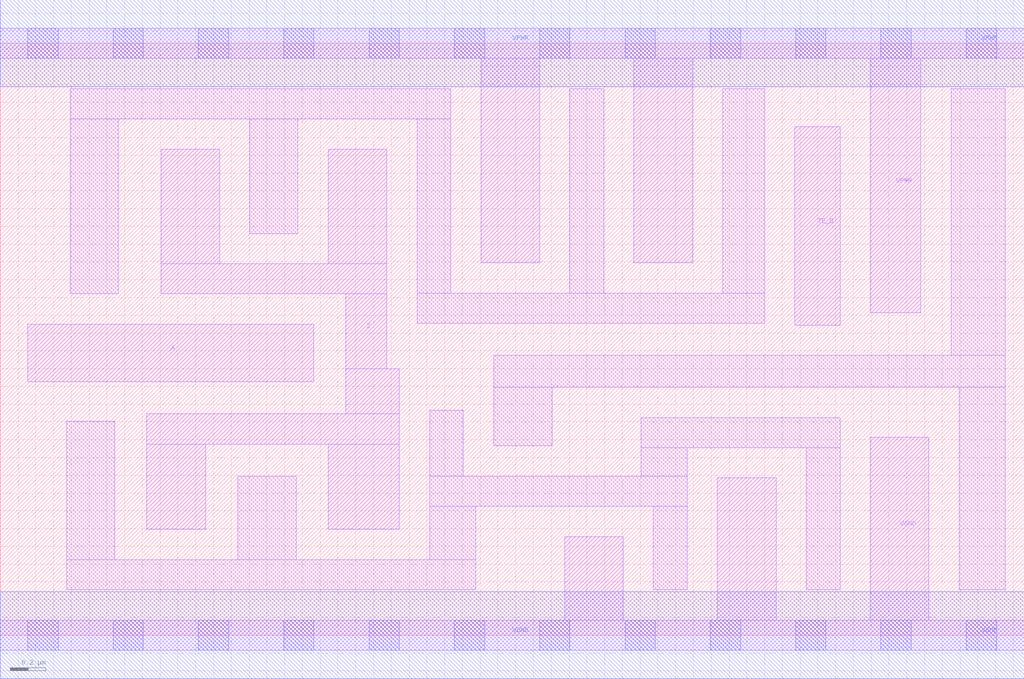
<source format=lef>
# Copyright 2020 The SkyWater PDK Authors
#
# Licensed under the Apache License, Version 2.0 (the "License");
# you may not use this file except in compliance with the License.
# You may obtain a copy of the License at
#
#     https://www.apache.org/licenses/LICENSE-2.0
#
# Unless required by applicable law or agreed to in writing, software
# distributed under the License is distributed on an "AS IS" BASIS,
# WITHOUT WARRANTIES OR CONDITIONS OF ANY KIND, either express or implied.
# See the License for the specific language governing permissions and
# limitations under the License.
#
# SPDX-License-Identifier: Apache-2.0

VERSION 5.7 ;
  NAMESCASESENSITIVE ON ;
  NOWIREEXTENSIONATPIN ON ;
  DIVIDERCHAR "/" ;
  BUSBITCHARS "[]" ;
UNITS
  DATABASE MICRONS 200 ;
END UNITS
MACRO sky130_fd_sc_lp__einvn_4
  CLASS CORE ;
  SOURCE USER ;
  FOREIGN sky130_fd_sc_lp__einvn_4 ;
  ORIGIN  0.000000  0.000000 ;
  SIZE  5.760000 BY  3.330000 ;
  SYMMETRY X Y R90 ;
  SITE unit ;
  PIN A
    ANTENNAGATEAREA  1.260000 ;
    DIRECTION INPUT ;
    USE SIGNAL ;
    PORT
      LAYER li1 ;
        RECT 0.155000 1.425000 1.765000 1.750000 ;
    END
  END A
  PIN TE_B
    ANTENNAGATEAREA  1.071000 ;
    DIRECTION INPUT ;
    USE SIGNAL ;
    PORT
      LAYER li1 ;
        RECT 4.470000 1.745000 4.725000 2.860000 ;
    END
  END TE_B
  PIN Z
    ANTENNADIFFAREA  1.512000 ;
    DIRECTION OUTPUT ;
    USE SIGNAL ;
    PORT
      LAYER li1 ;
        RECT 0.825000 0.595000 1.155000 1.075000 ;
        RECT 0.825000 1.075000 2.245000 1.245000 ;
        RECT 0.905000 1.920000 2.175000 2.090000 ;
        RECT 0.905000 2.090000 1.235000 2.735000 ;
        RECT 1.845000 0.595000 2.245000 1.075000 ;
        RECT 1.845000 2.090000 2.175000 2.735000 ;
        RECT 1.945000 1.245000 2.245000 1.500000 ;
        RECT 1.945000 1.500000 2.175000 1.920000 ;
    END
  END Z
  PIN VGND
    DIRECTION INOUT ;
    USE GROUND ;
    PORT
      LAYER li1 ;
        RECT 0.000000 -0.085000 5.760000 0.085000 ;
        RECT 3.175000  0.085000 3.505000 0.555000 ;
        RECT 4.035000  0.085000 4.365000 0.885000 ;
        RECT 4.895000  0.085000 5.225000 1.115000 ;
      LAYER mcon ;
        RECT 0.155000 -0.085000 0.325000 0.085000 ;
        RECT 0.635000 -0.085000 0.805000 0.085000 ;
        RECT 1.115000 -0.085000 1.285000 0.085000 ;
        RECT 1.595000 -0.085000 1.765000 0.085000 ;
        RECT 2.075000 -0.085000 2.245000 0.085000 ;
        RECT 2.555000 -0.085000 2.725000 0.085000 ;
        RECT 3.035000 -0.085000 3.205000 0.085000 ;
        RECT 3.515000 -0.085000 3.685000 0.085000 ;
        RECT 3.995000 -0.085000 4.165000 0.085000 ;
        RECT 4.475000 -0.085000 4.645000 0.085000 ;
        RECT 4.955000 -0.085000 5.125000 0.085000 ;
        RECT 5.435000 -0.085000 5.605000 0.085000 ;
      LAYER met1 ;
        RECT 0.000000 -0.245000 5.760000 0.245000 ;
    END
  END VGND
  PIN VPWR
    DIRECTION INOUT ;
    USE POWER ;
    PORT
      LAYER li1 ;
        RECT 0.000000 3.245000 5.760000 3.415000 ;
        RECT 2.705000 2.095000 3.035000 3.245000 ;
        RECT 3.565000 2.095000 3.895000 3.245000 ;
        RECT 4.895000 1.815000 5.180000 3.245000 ;
      LAYER mcon ;
        RECT 0.155000 3.245000 0.325000 3.415000 ;
        RECT 0.635000 3.245000 0.805000 3.415000 ;
        RECT 1.115000 3.245000 1.285000 3.415000 ;
        RECT 1.595000 3.245000 1.765000 3.415000 ;
        RECT 2.075000 3.245000 2.245000 3.415000 ;
        RECT 2.555000 3.245000 2.725000 3.415000 ;
        RECT 3.035000 3.245000 3.205000 3.415000 ;
        RECT 3.515000 3.245000 3.685000 3.415000 ;
        RECT 3.995000 3.245000 4.165000 3.415000 ;
        RECT 4.475000 3.245000 4.645000 3.415000 ;
        RECT 4.955000 3.245000 5.125000 3.415000 ;
        RECT 5.435000 3.245000 5.605000 3.415000 ;
      LAYER met1 ;
        RECT 0.000000 3.085000 5.760000 3.575000 ;
    END
  END VPWR
  OBS
    LAYER li1 ;
      RECT 0.375000 0.255000 2.675000 0.425000 ;
      RECT 0.375000 0.425000 0.645000 1.205000 ;
      RECT 0.395000 1.920000 0.665000 2.905000 ;
      RECT 0.395000 2.905000 2.535000 3.075000 ;
      RECT 1.335000 0.425000 1.665000 0.895000 ;
      RECT 1.405000 2.260000 1.675000 2.905000 ;
      RECT 2.345000 1.755000 4.300000 1.925000 ;
      RECT 2.345000 1.925000 2.535000 2.905000 ;
      RECT 2.415000 0.425000 2.675000 0.725000 ;
      RECT 2.415000 0.725000 3.865000 0.895000 ;
      RECT 2.415000 0.895000 2.605000 1.265000 ;
      RECT 2.775000 1.065000 3.105000 1.395000 ;
      RECT 2.775000 1.395000 5.655000 1.575000 ;
      RECT 3.205000 1.925000 3.395000 3.075000 ;
      RECT 3.605000 0.895000 3.865000 1.055000 ;
      RECT 3.605000 1.055000 4.725000 1.225000 ;
      RECT 3.675000 0.255000 3.865000 0.725000 ;
      RECT 4.065000 1.925000 4.300000 3.075000 ;
      RECT 4.535000 0.255000 4.725000 1.055000 ;
      RECT 5.350000 1.575000 5.655000 3.075000 ;
      RECT 5.395000 0.255000 5.655000 1.395000 ;
  END
END sky130_fd_sc_lp__einvn_4

</source>
